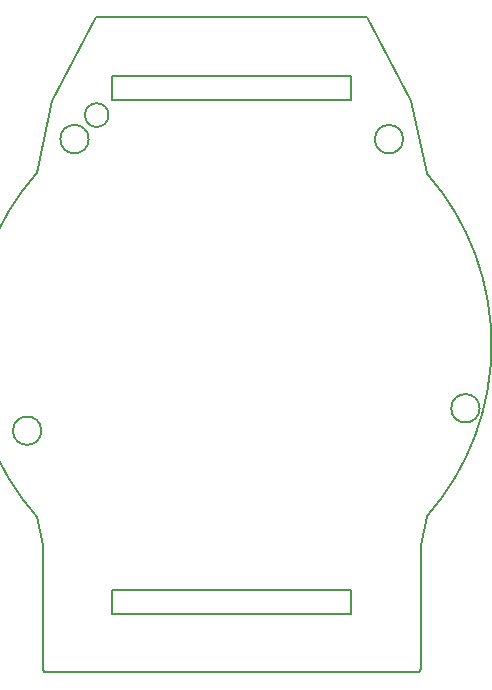
<source format=gbr>
G04 #@! TF.GenerationSoftware,KiCad,Pcbnew,5.1.4-1.fc30*
G04 #@! TF.CreationDate,2020-03-31T08:03:49+02:00*
G04 #@! TF.ProjectId,base,62617365-2e6b-4696-9361-645f70636258,rev?*
G04 #@! TF.SameCoordinates,Original*
G04 #@! TF.FileFunction,Profile,NP*
%FSLAX46Y46*%
G04 Gerber Fmt 4.6, Leading zero omitted, Abs format (unit mm)*
G04 Created by KiCad (PCBNEW 5.1.4-1.fc30) date 2020-03-31 08:03:49*
%MOMM*%
%LPD*%
G04 APERTURE LIST*
%ADD10C,0.200000*%
G04 APERTURE END LIST*
D10*
X236990000Y-150075000D02*
X236855000Y-150370000D01*
X232460000Y-150370000D02*
X236855000Y-150370000D01*
X236985039Y-143145628D02*
X236990000Y-150075000D01*
X204990000Y-150075000D02*
X205125000Y-150370000D01*
X209520000Y-150370000D02*
X205125000Y-150370000D01*
X204990000Y-143140000D02*
X204990000Y-150075000D01*
X209520000Y-94910000D02*
X232460000Y-94910000D01*
X236200000Y-102010000D02*
X232460000Y-94910000D01*
X205780000Y-102010000D02*
X209520000Y-94910000D01*
X232460000Y-150370000D02*
X209520000Y-150370000D01*
X210562000Y-103184000D02*
G75*
G03X210562000Y-103184000I-1000000J0D01*
G01*
X231090000Y-145410000D02*
X231090000Y-143410000D01*
X210890000Y-143410000D02*
X210890000Y-145410000D01*
X210890000Y-145410000D02*
X231090000Y-145410000D01*
X231090000Y-143410000D02*
X210890000Y-143410000D01*
X231090000Y-101870000D02*
X231090000Y-99870000D01*
X210890000Y-99870000D02*
X210890000Y-101870000D01*
X210890000Y-101870000D02*
X231090000Y-101870000D01*
X231090000Y-99870000D02*
X210890000Y-99870000D01*
X237494960Y-108095629D02*
X236200000Y-102010000D01*
X204490001Y-108090001D02*
X205780000Y-102010000D01*
X204486734Y-137186293D02*
G75*
G02X204490001Y-108090001I16503266J14546293D01*
G01*
X237493266Y-108093707D02*
G75*
G02X237489999Y-137189999I-16503266J-14546293D01*
G01*
X204990000Y-139580000D02*
X204990000Y-143140000D01*
X204485040Y-137184371D02*
X204990000Y-139580000D01*
X237489999Y-137189999D02*
X236985039Y-139585628D01*
X236985039Y-139585628D02*
X236985039Y-143145628D01*
X241980000Y-128010000D02*
G75*
G03X241980000Y-128010000I-1200000J0D01*
G01*
X204870000Y-129910000D02*
G75*
G03X204870000Y-129910000I-1200000J0D01*
G01*
X208880000Y-105220000D02*
G75*
G03X208880000Y-105220000I-1200000J0D01*
G01*
X235510000Y-105220000D02*
G75*
G03X235510000Y-105220000I-1200000J0D01*
G01*
M02*

</source>
